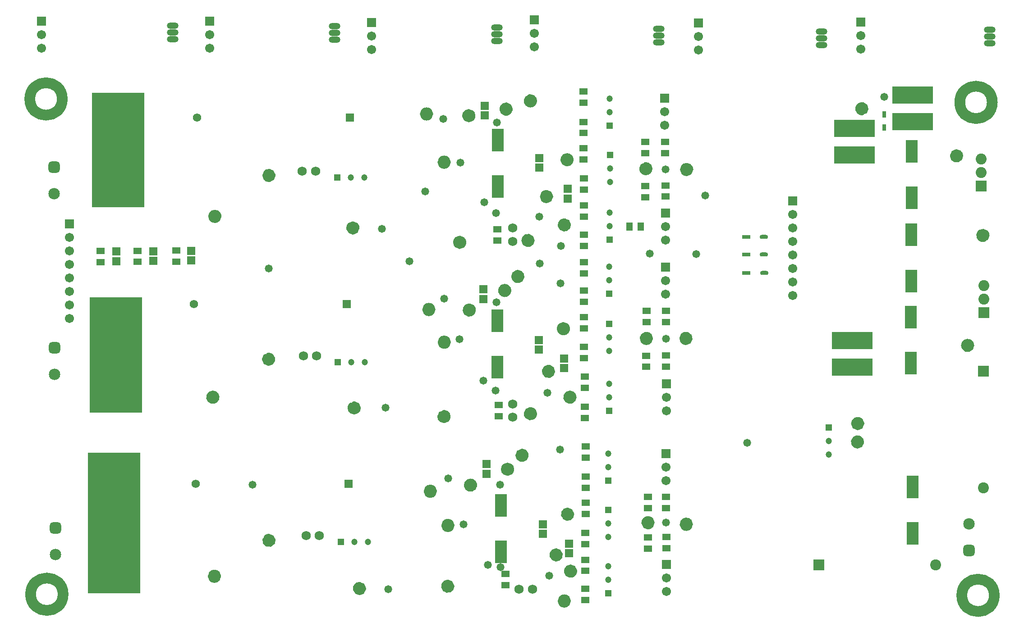
<source format=gbs>
G04*
G04 #@! TF.GenerationSoftware,Altium Limited,Altium Designer,21.6.4 (81)*
G04*
G04 Layer_Color=16711935*
%FSLAX44Y44*%
%MOMM*%
G71*
G04*
G04 #@! TF.SameCoordinates,237C1AA0-54E4-4B3D-89E3-81C07F55AAFC*
G04*
G04*
G04 #@! TF.FilePolarity,Negative*
G04*
G01*
G75*
%ADD19R,1.5082X1.2065*%
%ADD21R,1.2065X1.5082*%
G04:AMPARAMS|DCode=25|XSize=1.6071mm|YSize=0.7621mm|CornerRadius=0.3811mm|HoleSize=0mm|Usage=FLASHONLY|Rotation=0.000|XOffset=0mm|YOffset=0mm|HoleType=Round|Shape=RoundedRectangle|*
%AMROUNDEDRECTD25*
21,1,1.6071,0.0000,0,0,0.0*
21,1,0.8450,0.7621,0,0,0.0*
1,1,0.7621,0.4225,0.0000*
1,1,0.7621,-0.4225,0.0000*
1,1,0.7621,-0.4225,0.0000*
1,1,0.7621,0.4225,0.0000*
%
%ADD25ROUNDEDRECTD25*%
%ADD26R,1.6071X0.7621*%
%ADD33R,1.5562X1.5046*%
%ADD42C,2.0320*%
%ADD47C,0.9652*%
%ADD50C,1.7272*%
%ADD51C,1.2000*%
%ADD52C,1.7032*%
%ADD53R,1.7032X1.7032*%
%ADD54R,1.2000X1.2000*%
%ADD55C,2.1532*%
G04:AMPARAMS|DCode=56|XSize=2.1532mm|YSize=2.1532mm|CornerRadius=0.5891mm|HoleSize=0mm|Usage=FLASHONLY|Rotation=90.000|XOffset=0mm|YOffset=0mm|HoleType=Round|Shape=RoundedRectangle|*
%AMROUNDEDRECTD56*
21,1,2.1532,0.9750,0,0,90.0*
21,1,0.9750,2.1532,0,0,90.0*
1,1,1.1782,0.4875,0.4875*
1,1,1.1782,0.4875,-0.4875*
1,1,1.1782,-0.4875,-0.4875*
1,1,1.1782,-0.4875,0.4875*
%
%ADD56ROUNDEDRECTD56*%
%ADD57O,2.2032X1.2032*%
%ADD58O,2.2032X1.2032*%
%ADD59R,2.0574X2.0574*%
%ADD60C,2.0574*%
%ADD61C,2.0500*%
%ADD62R,2.0500X2.0500*%
%ADD63R,2.0574X2.0574*%
%ADD64R,1.2000X1.2000*%
%ADD65R,1.5748X1.5748*%
%ADD66C,1.5748*%
%ADD67C,1.4732*%
%ADD82R,9.9060X26.4414*%
%ADD83R,9.9060X21.7932*%
%ADD84R,9.9060X21.5392*%
%ADD85R,0.7032X1.2032*%
%ADD86R,2.2032X4.3032*%
%ADD87R,7.7032X3.2032*%
D19*
X1668018Y1310132D02*
D03*
Y1344581D02*
D03*
X1667510Y1452023D02*
D03*
Y1473040D02*
D03*
X1822704Y720758D02*
D03*
Y741775D02*
D03*
X1822450Y817467D02*
D03*
Y796450D02*
D03*
X1520698Y672941D02*
D03*
Y651924D02*
D03*
X1670304Y728632D02*
D03*
Y749649D02*
D03*
X1671320Y806291D02*
D03*
Y785274D02*
D03*
X1788160Y796196D02*
D03*
Y817213D02*
D03*
X1788668Y741267D02*
D03*
Y720250D02*
D03*
X1670304Y644492D02*
D03*
Y623475D02*
D03*
Y678339D02*
D03*
Y699356D02*
D03*
X1671320Y855661D02*
D03*
Y834644D02*
D03*
X1671828Y912557D02*
D03*
Y891540D02*
D03*
X1822450Y1061974D02*
D03*
Y1082991D02*
D03*
X1668272Y1155192D02*
D03*
Y1134175D02*
D03*
X1668018Y1078295D02*
D03*
Y1099312D02*
D03*
X1669796Y1022510D02*
D03*
Y1043527D02*
D03*
X1507744Y990027D02*
D03*
Y969010D02*
D03*
X1667510Y1558101D02*
D03*
Y1579118D02*
D03*
X1669542Y986630D02*
D03*
Y965613D02*
D03*
X1821942Y1167384D02*
D03*
Y1146367D02*
D03*
X1786128D02*
D03*
Y1167384D02*
D03*
X1785366Y1082896D02*
D03*
Y1061880D02*
D03*
X1668018Y1258664D02*
D03*
Y1237647D02*
D03*
Y1205484D02*
D03*
Y1184467D02*
D03*
X902716Y1280762D02*
D03*
Y1259745D02*
D03*
X830072Y1280160D02*
D03*
Y1259143D02*
D03*
X760730Y1279652D02*
D03*
Y1258635D02*
D03*
X1667256Y1501299D02*
D03*
Y1522316D02*
D03*
X1668018Y1365598D02*
D03*
Y1289115D02*
D03*
X1783588Y1380396D02*
D03*
Y1401413D02*
D03*
X1821688Y1381920D02*
D03*
Y1402937D02*
D03*
X1783588Y1463867D02*
D03*
Y1484884D02*
D03*
X1820926Y1484471D02*
D03*
Y1463454D02*
D03*
X1667764Y1395381D02*
D03*
Y1416398D02*
D03*
X1505966Y1320132D02*
D03*
Y1299115D02*
D03*
D21*
X1753775Y1325372D02*
D03*
X1774792D02*
D03*
D25*
X2006092Y1306068D02*
D03*
Y1273048D02*
D03*
X2006600Y1238504D02*
D03*
D26*
X1972581Y1306068D02*
D03*
Y1273048D02*
D03*
X1973089Y1238504D02*
D03*
D33*
X1481582Y1552820D02*
D03*
X1638046Y1378222D02*
D03*
X1631188Y1059824D02*
D03*
X1640078Y729352D02*
D03*
Y711336D02*
D03*
X1485392Y879076D02*
D03*
Y861060D02*
D03*
X1591310Y747912D02*
D03*
Y765928D02*
D03*
X1631188Y1077840D02*
D03*
X1638046Y1396238D02*
D03*
X1583690Y1094486D02*
D03*
Y1112502D02*
D03*
X1479296Y1207498D02*
D03*
Y1189482D02*
D03*
X859790Y1261128D02*
D03*
Y1279144D02*
D03*
X930910Y1261754D02*
D03*
Y1279770D02*
D03*
X789940Y1260620D02*
D03*
Y1278636D02*
D03*
X1481582Y1534804D02*
D03*
X1584452Y1436252D02*
D03*
Y1454268D02*
D03*
D42*
X688594Y1565402D02*
G03*
X688594Y1565402I-30480J0D01*
G01*
X2434844Y1559052D02*
G03*
X2434844Y1559052I-30480J0D01*
G01*
X690118Y634492D02*
G03*
X690118Y634492I-30480J0D01*
G01*
X2438654Y632460D02*
G03*
X2438654Y632460I-30480J0D01*
G01*
D47*
X1559865Y1562481D02*
G03*
X1575537Y1561790I7823J-635D01*
G01*
X1566230Y1569559D02*
G03*
X1559865Y1562481I1458J-7713D01*
G01*
X1575537Y1561846D02*
G03*
X1566230Y1569559I-7849J0D01*
G01*
X1631442Y1336523D02*
G03*
X1639291Y1328674I0J-7849D01*
G01*
D02*
G03*
X1631498Y1336523I-7849J0D01*
G01*
X1631188Y629641D02*
G03*
X1631244Y629641I0J-7849D01*
G01*
X1597914Y1374165D02*
G03*
X1605763Y1382014I0J7849D01*
G01*
X1597914Y1389863D02*
G03*
X1597914Y1374165I0J-7849D01*
G01*
X1605763Y1382014D02*
G03*
X1597970Y1389863I-7849J0D01*
G01*
X1603911Y1060798D02*
G03*
X1601526Y1061187I-2441J-7460D01*
G01*
X1564574Y1307177D02*
G03*
X1570965Y1299408I-1458J-7713D01*
G01*
X1601470Y1061187D02*
G03*
X1607955Y1057761I0J-7849D01*
G01*
X1570965Y1299464D02*
G03*
X1564574Y1307177I-7849J0D01*
G01*
X1607955Y1057761D02*
G03*
X1603911Y1060798I-6485J-4423D01*
G01*
X1623660Y709864D02*
G03*
X1616004Y716255I-7713J-1458D01*
G01*
X1567688Y981685D02*
G03*
X1559865Y974471I0J-7849D01*
G01*
X1615948Y716255D02*
G03*
X1623660Y709864I0J-7849D01*
G01*
X1544091Y895604D02*
G03*
X1551996Y903453I7849J0D01*
G01*
X1551940Y903453D02*
G03*
X1544091Y895604I0J-7849D01*
G01*
X1542057Y1239234D02*
G03*
X1536217Y1231646I2009J-7588D01*
G01*
D02*
G03*
X1544122Y1239495I7849J0D01*
G01*
X2189988Y1554963D02*
G03*
X2184438Y1541564I0J-7849D01*
G01*
X2190280Y1539270D02*
G03*
X2192020Y1554695I-292J7844D01*
G01*
X2184438Y1541564D02*
G03*
X2190280Y1539270I5550J5550D01*
G01*
X2192020Y1554695D02*
G03*
X2190044Y1554963I-2032J-7581D01*
G01*
X1084526Y1422313D02*
G03*
X1077087Y1429478I-7820J-675D01*
G01*
X1077022Y1413795D02*
G03*
X1084555Y1421582I-316J7843D01*
G01*
X1076706Y1413789D02*
G03*
X1077022Y1413795I0J7849D01*
G01*
X1077087Y1429478D02*
G03*
X1076325Y1413798I-381J-7840D01*
G01*
Y1084038D02*
G03*
X1076000Y1084047I-381J-7840D01*
G01*
X1079246Y1083319D02*
G03*
X1076325Y1084038I-3302J-7121D01*
G01*
X1075944Y1068349D02*
G03*
X1081494Y1081748I0J7849D01*
G01*
X1068095Y1076198D02*
G03*
X1075944Y1068349I7849J0D01*
G01*
X1076706Y743433D02*
G03*
X1075944Y743396I0J-7849D01*
G01*
D02*
G03*
X1073658Y742817I762J-7812D01*
G01*
X1084555Y1421638D02*
G03*
X1084526Y1422313I-7849J0D01*
G01*
X1076325Y1413798D02*
G03*
X1076706Y1413789I381J7840D01*
G01*
X1081494Y1081748D02*
G03*
X1079246Y1083319I-5550J-5550D01*
G01*
X1075944Y1084047D02*
G03*
X1068095Y1076198I0J-7849D01*
G01*
X2372883Y1464438D02*
G03*
X2367788Y1466317I-5095J-5970D01*
G01*
D02*
G03*
X2359939Y1458524I0J-7849D01*
G01*
X1868907Y1432814D02*
G03*
X1868481Y1435365I-7849J0D01*
G01*
X1861058Y1440663D02*
G03*
X1861058Y1424965I0J-7849D01*
G01*
X1868481Y1435365D02*
G03*
X1861058Y1440663I-7423J-2551D01*
G01*
Y1424965D02*
G03*
X1868907Y1432758I0J7849D01*
G01*
X1644358Y1451563D02*
G03*
X1640103Y1458087I-7836J-461D01*
G01*
X1644371Y1451102D02*
G03*
X1644358Y1451563I-7849J0D01*
G01*
X1636522Y1458951D02*
G03*
X1644371Y1451102I0J-7849D01*
G01*
X1640103Y1458087D02*
G03*
X1636578Y1458951I-3581J-6985D01*
G01*
X1573856Y978691D02*
G03*
X1567744Y981685I-6168J-4855D01*
G01*
X1575537Y973836D02*
G03*
X1573856Y978691I-7849J0D01*
G01*
X1575307Y971948D02*
G03*
X1575537Y973836I-7619J1887D01*
G01*
X1559865Y974471D02*
G03*
X1575307Y971948I7823J-635D01*
G01*
X1650972Y678133D02*
G03*
X1643182Y685775I-7846J-207D01*
G01*
X1650975Y677926D02*
G03*
X1650972Y678133I-7849J0D01*
G01*
X1413231Y968502D02*
G03*
X1409438Y975222I-7849J0D01*
G01*
X1409438D02*
G03*
X1405438Y976351I-4056J-6720D01*
G01*
X1397533Y968502D02*
G03*
X1413231Y968502I7849J0D01*
G01*
X1405382Y976351D02*
G03*
X1397533Y968502I0J-7849D01*
G01*
X1420328Y649986D02*
G03*
X1412550Y657352I-7834J-483D01*
G01*
X1420343Y649503D02*
G03*
X1420328Y649986I-7849J0D01*
G01*
X1412494Y657352D02*
G03*
X1420337Y649197I0J-7849D01*
G01*
D02*
G03*
X1420343Y649503I-7843J305D01*
G01*
X1645384Y785067D02*
G03*
X1637594Y792709I-7846J-207D01*
G01*
X1637538Y792709D02*
G03*
X1645384Y785067I0J-7849D01*
G01*
X1532611Y869442D02*
G03*
X1516913Y869498I-7849J0D01*
G01*
X1516913Y869442D02*
G03*
X1532611Y869442I7849J0D01*
G01*
X1462879Y838012D02*
G03*
X1455222Y847319I-7713J1458D01*
G01*
X1455166Y847319D02*
G03*
X1462879Y838012I0J-7849D01*
G01*
X1859646Y773825D02*
G03*
X1858940Y773729I706J-7817D01*
G01*
X1860352Y773857D02*
G03*
X1859646Y773825I0J-7849D01*
G01*
X1860352Y758159D02*
G03*
X1860408Y773857I0J7849D01*
G01*
X1858940Y773729D02*
G03*
X1860352Y758159I1412J-7721D01*
G01*
X1788414Y776707D02*
G03*
X1788287Y776706I0J-7849D01*
G01*
X1788541Y761010D02*
G03*
X1788470Y776707I-127J7848D01*
G01*
X1780591Y768223D02*
G03*
X1788541Y761010I7823J635D01*
G01*
X1788287Y776706D02*
G03*
X1780591Y768223I127J-7848D01*
G01*
X1643126Y685775D02*
G03*
X1650975Y677926I0J-7849D01*
G01*
X1544066Y1239495D02*
G03*
X1542057Y1239234I0J-7849D01*
G01*
X1522761Y1554161D02*
G03*
X1522024Y1554201I-793J-7809D01*
G01*
X1529680Y1544894D02*
G03*
X1529817Y1546352I-7713J1458D01*
G01*
X1521968Y1554201D02*
G03*
X1529680Y1544894I0J-7849D01*
G01*
X1529817Y1546352D02*
G03*
X1522762Y1554161I-7849J0D01*
G01*
X1637508Y1133888D02*
G03*
X1637507Y1133898I-7844J-287D01*
G01*
X1621815Y1133602D02*
G03*
X1637508Y1133888I7849J0D01*
G01*
X1526290Y1209294D02*
G03*
X1519484Y1213333I-6862J-3810D01*
G01*
X1527261Y1205992D02*
G03*
X1526290Y1209294I-7833J-508D01*
G01*
X1527277Y1205484D02*
G03*
X1527261Y1205992I-7849J0D01*
G01*
X1526549Y1202182D02*
G03*
X1527277Y1205484I-7121J3302D01*
G01*
X1512566Y1209294D02*
G03*
X1526549Y1202182I6862J-3810D01*
G01*
X1519428Y1213333D02*
G03*
X1512566Y1209294I0J-7849D01*
G01*
X1645992Y1011495D02*
G03*
X1641912Y1012673I-4136J-6671D01*
G01*
X1649705Y1004824D02*
G03*
X1645992Y1011495I-7849J0D01*
G01*
X1641856Y1012673D02*
G03*
X1649705Y1004824I0J-7849D01*
G01*
X1862148Y1122754D02*
G03*
X1860662Y1123097I-2502J-7440D01*
G01*
X1859646Y1107465D02*
G03*
X1862148Y1122754I0J7849D01*
G01*
X1860662Y1123097D02*
G03*
X1859702Y1123163I-1016J-7783D01*
G01*
X1857980Y1107644D02*
G03*
X1859646Y1107465I1666J7670D01*
G01*
Y1123163D02*
G03*
X1857980Y1107644I0J-7849D01*
G01*
X1459859Y1534354D02*
G03*
X1458885Y1537714I-7836J-450D01*
G01*
X1457580Y1528360D02*
G03*
X1459859Y1534354I-5556J5544D01*
G01*
X2375637Y1458468D02*
G03*
X2372883Y1464438I-7849J0D01*
G01*
X2373739Y1453350D02*
G03*
X2374272Y1454045I-5951J5118D01*
G01*
X2359939Y1458468D02*
G03*
X2373739Y1453350I7849J0D01*
G01*
X2374272Y1454045D02*
G03*
X2375637Y1458468I-6485J4423D01*
G01*
X2418776Y1301149D02*
G03*
X2425167Y1308806I-1458J7713D01*
G01*
X2425167Y1308862D02*
G03*
X2409583Y1310198I-7849J0D01*
G01*
D02*
G03*
X2411768Y1303312I7735J-1336D01*
G01*
D02*
G03*
X2418776Y1301149I5550J5550D01*
G01*
X1458100Y1174516D02*
G03*
X1452936Y1176503I-5220J-5862D01*
G01*
X1460713Y1168146D02*
G03*
X1458100Y1174516I-7833J508D01*
G01*
X1452880Y1176503D02*
G03*
X1460713Y1168146I0J-7849D01*
G01*
X2187033Y961411D02*
G03*
X2185422Y962412I-4919J-6117D01*
G01*
X2187664Y960844D02*
G03*
X2187033Y961411I-5550J-5550D01*
G01*
X2185422Y962412D02*
G03*
X2182114Y963143I-3308J-7118D01*
G01*
X2189896Y956320D02*
G03*
X2187664Y960844I-7782J-1026D01*
G01*
X2181987Y963142D02*
G03*
X2178304Y962156I127J-7848D01*
G01*
X2178304Y962156D02*
G03*
X2174265Y955294I3810J-6862D01*
G01*
D02*
G03*
X2176564Y949744I7849J0D01*
G01*
X2174265Y955294D02*
G03*
X2176564Y949744I7849J0D01*
G01*
X1239810Y1317409D02*
G03*
X1242109Y1322959I-5550J5550D01*
G01*
D02*
G03*
X1241905Y1324737I-7849J0D01*
G01*
X1234513Y1315114D02*
G03*
X1239810Y1317409I-254J7845D01*
G01*
X1236726Y992607D02*
G03*
X1231176Y990308I0J-7849D01*
G01*
D02*
G03*
X1228893Y984250I5550J-5550D01*
G01*
X1244559Y984250D02*
G03*
X1244575Y984758I-7833J508D01*
G01*
X1228893Y984250D02*
G03*
X1244559Y984250I7833J508D01*
G01*
X1254415Y644144D02*
G03*
X1254481Y645160I-7783J1016D01*
G01*
X1238849Y644144D02*
G03*
X1254415Y644144I7783J1016D01*
G01*
X1246632Y653009D02*
G03*
X1238849Y644144I0J-7849D01*
G01*
X1442658Y1295146D02*
G03*
X1442695Y1295852I-7812J762D01*
G01*
X1442695Y1295908D02*
G03*
X1442658Y1295146I-7849J0D01*
G01*
X1791040Y1438443D02*
G03*
X1783969Y1442178I-6690J-4105D01*
G01*
X1792199Y1434338D02*
G03*
X1791040Y1438443I-7849J0D01*
G01*
X1783969Y1442178D02*
G03*
X1776502Y1434465I381J-7840D01*
G01*
X1783969Y1426498D02*
G03*
X1792199Y1434282I381J7840D01*
G01*
X1777286Y1430916D02*
G03*
X1783969Y1426498I7064J3422D01*
G01*
X1776501Y1434338D02*
G03*
X1777286Y1430916I7849J0D01*
G01*
X1776502Y1434465D02*
G03*
X1776501Y1434338I7848J-127D01*
G01*
X2396465Y1102106D02*
G03*
X2392096Y1109142I-7849J0D01*
G01*
X2381580Y1098626D02*
G03*
X2396465Y1102050I7036J3480D01*
G01*
X2392096Y1109142D02*
G03*
X2380767Y1102106I-3480J-7036D01*
G01*
D02*
G03*
X2381580Y1098626I7849J0D01*
G01*
X1637459Y1134523D02*
G03*
X1621815Y1133658I-7795J-922D01*
G01*
X1637507Y1133898D02*
G03*
X1637459Y1134523I-7843J-296D01*
G01*
X1785521Y1123162D02*
G03*
X1785422Y1123163I-155J-7848D01*
G01*
X1785747Y1123154D02*
G03*
X1785521Y1123162I-381J-7840D01*
G01*
X1783815Y1123008D02*
G03*
X1777573Y1116254I1550J-7694D01*
G01*
X1785366Y1123163D02*
G03*
X1783815Y1123008I0J-7849D01*
G01*
X1785366Y1107465D02*
G03*
X1785747Y1123154I0J7849D01*
G01*
X1778796Y1111019D02*
G03*
X1785366Y1107465I6570J4295D01*
G01*
X1777573Y1116254D02*
G03*
X1778796Y1111019I7793J-940D01*
G01*
X1372616Y1545057D02*
G03*
X1372672Y1545057I0J-7849D01*
G01*
X1376934Y1177519D02*
G03*
X1376990Y1177519I0J-7849D01*
G01*
X1379728Y835889D02*
G03*
X1379784Y835889I0J-7849D01*
G01*
X1446511Y1528316D02*
G03*
X1452023Y1526055I5512J5588D01*
G01*
D02*
G03*
X1457481Y1528263I0J7849D01*
G01*
X1457573Y1539454D02*
G03*
X1452079Y1541753I-5550J-5550D01*
G01*
X1445161Y1537714D02*
G03*
X1444680Y1536676I6862J-3810D01*
G01*
X1457579Y1539448D02*
G03*
X1457573Y1539454I-5556J-5544D01*
G01*
X1446473Y1528354D02*
G03*
X1446511Y1528316I5550J5550D01*
G01*
X1458885Y1537714D02*
G03*
X1457580Y1539448I-6862J-3810D01*
G01*
X1444680Y1536675D02*
G03*
X1444174Y1533904I7344J-2772D01*
G01*
D02*
G03*
X1444182Y1533555I7849J0D01*
G01*
D02*
G03*
X1444240Y1532888I7841J349D01*
G01*
D02*
G03*
X1446473Y1528354I7783J1016D01*
G01*
X1457482Y1528264D02*
G03*
X1457535Y1528316I-5458J5640D01*
G01*
X1457535Y1528316D02*
G03*
X1457573Y1528354I-5512J5588D01*
G01*
X1457574Y1528354D02*
G03*
X1457579Y1528360I-5550J5550D01*
G01*
X1452023Y1541753D02*
G03*
X1445161Y1537714I0J-7849D01*
G01*
X1452023Y1541753D02*
G03*
X1445161Y1537714I0J-7849D01*
G01*
X1452023Y1541753D02*
G03*
X1445161Y1537714I0J-7849D01*
G01*
X1452023Y1541753D02*
G03*
X1445161Y1537714I0J-7849D01*
G01*
X1412748Y771627D02*
G03*
X1412804Y771627I0J-7849D01*
G01*
X1405636Y1454379D02*
G03*
X1405692Y1454379I0J-7849D01*
G01*
X1405890Y1116051D02*
G03*
X1405946Y1116051I0J-7849D01*
G01*
X2189963Y955294D02*
G03*
X2189896Y956320I-7849J0D01*
G01*
X2187664Y949744D02*
G03*
X2189963Y955294I-5550J5550D01*
G01*
X2182114Y963143D02*
G03*
X2181987Y963142I0J-7849D01*
G01*
X2189653Y919810D02*
G03*
X2181804Y912901I-7793J940D01*
G01*
X2181860Y912901D02*
G03*
X2189653Y919810I0J7849D01*
G01*
X2182114Y947445D02*
G03*
X2187664Y949744I0J7849D01*
G01*
X2176564Y949744D02*
G03*
X2182058Y947445I5550J5550D01*
G01*
X2176564Y949744D02*
G03*
X2182058Y947445I5550J5550D01*
G01*
X1073658Y742817D02*
G03*
X1072283Y742068I3048J-7233D01*
G01*
X1254481Y645160D02*
G03*
X1246688Y653009I-7849J0D01*
G01*
X1072283Y742068D02*
G03*
X1076762Y743433I4423J-6485D01*
G01*
X1244575Y984758D02*
G03*
X1236782Y992607I-7849J0D01*
G01*
X1228747Y1328547D02*
G03*
X1227397Y1326769I5512J-5588D01*
G01*
X1234259Y1315110D02*
G03*
X1234513Y1315114I0J7849D01*
G01*
X1226508Y1321726D02*
G03*
X1234259Y1315110I7752J1233D01*
G01*
X1226410Y1322959D02*
G03*
X1226508Y1321726I7849J0D01*
G01*
X1227397Y1326769D02*
G03*
X1226410Y1322959I6862J-3810D01*
G01*
X1241768Y1325245D02*
G03*
X1241257Y1326515I-7509J-2286D01*
G01*
D02*
G03*
X1241122Y1326769I-6997J-3556D01*
G01*
D02*
G03*
X1239810Y1328509I-6862J-3810D01*
G01*
X1239771Y1328547D02*
G03*
X1234316Y1330808I-5512J-5588D01*
G01*
X1234259Y1330808D02*
G03*
X1228747Y1328547I0J-7849D01*
G01*
X1241905Y1324737D02*
G03*
X1241841Y1324991I-7645J-1778D01*
G01*
D02*
G03*
X1241768Y1325245I-7581J-2032D01*
G01*
X1239810Y1328509D02*
G03*
X1239771Y1328547I-5550J-5550D01*
G01*
X974344Y676123D02*
G03*
X974400Y676123I0J-7849D01*
G01*
X971296Y1351538D02*
G03*
X967257Y1344732I3810J-6862D01*
G01*
X978924Y1351534D02*
G03*
X971296Y1351538I-3818J-6858D01*
G01*
X967257Y1344676D02*
G03*
X971296Y1337814I7849J0D01*
G01*
X981680Y1348964D02*
G03*
X980656Y1350226I-6574J-4288D01*
G01*
X982759Y1346421D02*
G03*
X981680Y1348964I-7653J-1745D01*
G01*
X982955Y1344676D02*
G03*
X982759Y1346421I-7849J0D01*
G01*
X980864Y1339342D02*
G03*
X982955Y1344676I-5758J5334D01*
G01*
X980656Y1350226D02*
G03*
X978924Y1351534I-5550J-5550D01*
G01*
X975106Y1336827D02*
G03*
X980864Y1339342I0J7849D01*
G01*
X971296Y1337814D02*
G03*
X975106Y1336827I3810J6862D01*
G01*
X965746Y999274D02*
G03*
X971352Y1012673I5550J5550D01*
G01*
X971296Y1012673D02*
G03*
X965746Y999274I0J-7849D01*
G01*
D50*
X1567688Y1561846D02*
D03*
X1631442Y1328674D02*
D03*
X1597914Y1382014D02*
D03*
X1571498Y644144D02*
D03*
X1631188Y621792D02*
D03*
X1601470Y1053338D02*
D03*
X1563116Y1299464D02*
D03*
X1534668Y1322940D02*
D03*
X1636522Y1451102D02*
D03*
X1546498Y644144D02*
D03*
X1412494Y649503D02*
D03*
X1551940Y895604D02*
D03*
X1637538Y784860D02*
D03*
X1405382Y968502D02*
D03*
X1521968Y1546352D02*
D03*
X1519428Y1205484D02*
D03*
X1372616Y1537208D02*
D03*
X1376934Y1169670D02*
D03*
X1379728Y828040D02*
D03*
X1452023Y1533904D02*
D03*
X1534668Y1297940D02*
D03*
X2189988Y1547114D02*
D03*
X1643126Y677926D02*
D03*
X1412748Y763778D02*
D03*
X1615948Y708406D02*
D03*
X1788414Y768858D02*
D03*
X1861058Y1432814D02*
D03*
X1405636Y1446530D02*
D03*
X1434846Y1295908D02*
D03*
X1784350Y1434338D02*
D03*
X1859646Y1115314D02*
D03*
X1544066Y1231646D02*
D03*
X1452880Y1168654D02*
D03*
X1641856Y1004824D02*
D03*
X1629664Y1133602D02*
D03*
X1405890Y1108202D02*
D03*
X1567688Y973836D02*
D03*
X1534668Y966978D02*
D03*
Y991978D02*
D03*
X1785366Y1115314D02*
D03*
X1860352Y766008D02*
D03*
X1455166Y839470D02*
D03*
X1524762Y869442D02*
D03*
X2367788Y1458468D02*
D03*
X2181860Y920750D02*
D03*
X2182114Y955294D02*
D03*
X1146302Y744474D02*
D03*
X1171302D02*
D03*
X1246632Y645160D02*
D03*
X1076706Y735584D02*
D03*
X1141114Y1082548D02*
D03*
X1166114D02*
D03*
X1139190Y1430020D02*
D03*
X1164190D02*
D03*
X1075944Y1076198D02*
D03*
X1234260Y1322959D02*
D03*
X974344Y668274D02*
D03*
X975106Y1344676D02*
D03*
X1236726Y984758D02*
D03*
X971296Y1004824D02*
D03*
X2388616Y1102106D02*
D03*
X2417318Y1308862D02*
D03*
X1076706Y1421638D02*
D03*
X1567688Y1561846D02*
D03*
X1631442Y1328674D02*
D03*
X1597914Y1382014D02*
D03*
X1631188Y621792D02*
D03*
X1601470Y1053338D02*
D03*
X1563116Y1299464D02*
D03*
X1636522Y1451102D02*
D03*
X1412494Y649503D02*
D03*
X1551940Y895604D02*
D03*
X1637538Y784860D02*
D03*
X1405382Y968502D02*
D03*
X1521968Y1546352D02*
D03*
X1519428Y1205484D02*
D03*
X1372616Y1537208D02*
D03*
X1376934Y1169670D02*
D03*
X1379728Y828040D02*
D03*
X2189988Y1547114D02*
D03*
X1643126Y677926D02*
D03*
X1412748Y763778D02*
D03*
X1615948Y708406D02*
D03*
X1788414Y768858D02*
D03*
X1861058Y1432814D02*
D03*
X1405636Y1446530D02*
D03*
X1434846Y1295908D02*
D03*
X1784350Y1434338D02*
D03*
X1859646Y1115314D02*
D03*
X1544066Y1231646D02*
D03*
X1452880Y1168654D02*
D03*
X1641856Y1004824D02*
D03*
X1629664Y1133602D02*
D03*
X1405890Y1108202D02*
D03*
X1567688Y973836D02*
D03*
X1785366Y1115314D02*
D03*
X1860352Y766008D02*
D03*
X1455166Y839470D02*
D03*
X1524762Y869442D02*
D03*
X1246632Y645160D02*
D03*
X1076706Y735584D02*
D03*
X974344Y668274D02*
D03*
D51*
X1716482Y1326642D02*
D03*
X1714246Y686816D02*
D03*
Y661416D02*
D03*
X1715262Y1004316D02*
D03*
Y1029716D02*
D03*
Y1224788D02*
D03*
Y1250188D02*
D03*
Y1117092D02*
D03*
Y1091692D02*
D03*
X1714246Y873252D02*
D03*
Y898652D02*
D03*
X1713788Y767588D02*
D03*
Y742188D02*
D03*
X1717548Y1434338D02*
D03*
Y1408938D02*
D03*
X1716786Y1540510D02*
D03*
Y1565910D02*
D03*
X1716482Y1352042D02*
D03*
X2127758Y897128D02*
D03*
Y922528D02*
D03*
X1262380Y732790D02*
D03*
X1236980D02*
D03*
X1231392Y1070660D02*
D03*
X1256792D02*
D03*
X1255776Y1417574D02*
D03*
X1230376D02*
D03*
D52*
X2060448Y1195578D02*
D03*
Y1220978D02*
D03*
Y1271778D02*
D03*
Y1322578D02*
D03*
Y1347978D02*
D03*
Y1297178D02*
D03*
Y1246378D02*
D03*
X1822958Y639318D02*
D03*
Y664718D02*
D03*
X1821942Y847852D02*
D03*
Y873252D02*
D03*
X1822958Y979170D02*
D03*
Y1004570D02*
D03*
X1821180Y1198626D02*
D03*
Y1224026D02*
D03*
X702262Y1203452D02*
D03*
Y1254252D02*
D03*
Y1305052D02*
D03*
Y1279652D02*
D03*
Y1228852D02*
D03*
Y1178052D02*
D03*
Y1152652D02*
D03*
X1821434Y1299718D02*
D03*
Y1325118D02*
D03*
X1819608Y1515618D02*
D03*
Y1541018D02*
D03*
X649224Y1660906D02*
D03*
Y1686306D02*
D03*
X965152Y1660398D02*
D03*
Y1685798D02*
D03*
X1269444Y1658112D02*
D03*
Y1683512D02*
D03*
X1574752Y1663700D02*
D03*
Y1689100D02*
D03*
X2188210Y1659128D02*
D03*
Y1684528D02*
D03*
X1882854Y1657096D02*
D03*
Y1682496D02*
D03*
D53*
X2060448Y1373378D02*
D03*
X1822958Y690118D02*
D03*
X1821942Y898652D02*
D03*
X1822958Y1029970D02*
D03*
X1821180Y1249426D02*
D03*
X702262Y1330452D02*
D03*
X1821434Y1350518D02*
D03*
X1819608Y1566418D02*
D03*
X649224Y1711706D02*
D03*
X965152Y1711198D02*
D03*
X1269444Y1708912D02*
D03*
X1574752Y1714500D02*
D03*
X2188210Y1709928D02*
D03*
X1882854Y1707896D02*
D03*
D54*
X1714246Y636016D02*
D03*
X1715262Y978916D02*
D03*
Y1199388D02*
D03*
Y1142492D02*
D03*
X1714246Y847852D02*
D03*
X1713788Y792988D02*
D03*
X1717548Y1459738D02*
D03*
X1716786Y1515110D02*
D03*
X1716482Y1301242D02*
D03*
X2127758Y947928D02*
D03*
D55*
X2391236Y766678D02*
D03*
X674116Y1047496D02*
D03*
X675814Y708808D02*
D03*
X673274Y1387242D02*
D03*
D56*
X2391236Y716678D02*
D03*
X674116Y1097496D02*
D03*
X675814Y758808D02*
D03*
X673274Y1437242D02*
D03*
D57*
X896112Y1677670D02*
D03*
Y1703070D02*
D03*
X1199896Y1702054D02*
D03*
Y1676654D02*
D03*
X1504696Y1699514D02*
D03*
Y1674114D02*
D03*
X1808734Y1696974D02*
D03*
Y1671574D02*
D03*
X2429764Y1695450D02*
D03*
Y1670050D02*
D03*
X2114550Y1692402D02*
D03*
Y1667002D02*
D03*
D58*
X896112Y1690370D02*
D03*
X1199896Y1689354D02*
D03*
X1504696Y1686814D02*
D03*
X1808734Y1684274D02*
D03*
X2429764Y1682750D02*
D03*
X2114550Y1679702D02*
D03*
D59*
X2109470Y689864D02*
D03*
D60*
X2328418D02*
D03*
X2418080Y834644D02*
D03*
D61*
X2418776Y1214374D02*
D03*
Y1188974D02*
D03*
X2414270Y1427226D02*
D03*
Y1452626D02*
D03*
D62*
X2418776Y1163624D02*
D03*
X2414270Y1401876D02*
D03*
D63*
X2418080Y1053592D02*
D03*
D64*
X1211580Y732790D02*
D03*
X1205992Y1070660D02*
D03*
X1204976Y1417574D02*
D03*
D65*
X1228598Y1530350D02*
D03*
X1222756Y1179830D02*
D03*
X1226566Y841756D02*
D03*
D66*
X941578Y1530350D02*
D03*
X935736Y1179830D02*
D03*
X939546Y841756D02*
D03*
D67*
X1340358Y1260094D02*
D03*
X1585214Y1256030D02*
D03*
X1895467Y1383538D02*
D03*
X1625092Y1289304D02*
D03*
X1624330Y1218692D02*
D03*
X1791462Y1274826D02*
D03*
X1878584Y1273556D02*
D03*
X1974596Y919480D02*
D03*
X2232152Y1569466D02*
D03*
X1623314Y906526D02*
D03*
X1602994Y669544D02*
D03*
X1511301Y685082D02*
D03*
X1599692Y1012952D02*
D03*
X1442466Y765810D02*
D03*
X1413637Y852297D02*
D03*
X1487678Y689864D02*
D03*
X1822577Y769112D02*
D03*
X1510538Y839978D02*
D03*
X1503680Y1182878D02*
D03*
X1434338Y1114149D02*
D03*
X1479550Y1035558D02*
D03*
X1300988Y643636D02*
D03*
X1295527Y985393D02*
D03*
X1288796Y1321308D02*
D03*
X1504696Y1520952D02*
D03*
X1046226Y840740D02*
D03*
X1076325Y1246378D02*
D03*
X1583944Y1344571D02*
D03*
X1503277Y1351026D02*
D03*
X1502156Y1017375D02*
D03*
X1370330Y1391158D02*
D03*
X1481074Y1370838D02*
D03*
X1821307Y1433195D02*
D03*
X1822196Y1114679D02*
D03*
X1405890Y1189990D02*
D03*
Y1108202D02*
D03*
X1404112Y1527556D02*
D03*
X1436370Y1445514D02*
D03*
D82*
X785876Y768477D02*
D03*
D83*
X789178Y1084326D02*
D03*
D84*
X793750Y1469390D02*
D03*
D85*
X2231644Y1536000D02*
D03*
Y1512000D02*
D03*
D86*
X1505712Y1061212D02*
D03*
Y1148212D02*
D03*
X1506728Y1400998D02*
D03*
Y1487998D02*
D03*
X1512062Y801248D02*
D03*
Y714248D02*
D03*
X2283460Y1466662D02*
D03*
Y1379662D02*
D03*
X2282190Y1155700D02*
D03*
Y1068700D02*
D03*
X2282952Y1223198D02*
D03*
Y1310198D02*
D03*
X2285746Y835792D02*
D03*
Y748792D02*
D03*
D87*
X2171954Y1061104D02*
D03*
Y1111104D02*
D03*
X2176526Y1460030D02*
D03*
Y1510030D02*
D03*
X2285492Y1522622D02*
D03*
Y1572622D02*
D03*
M02*

</source>
